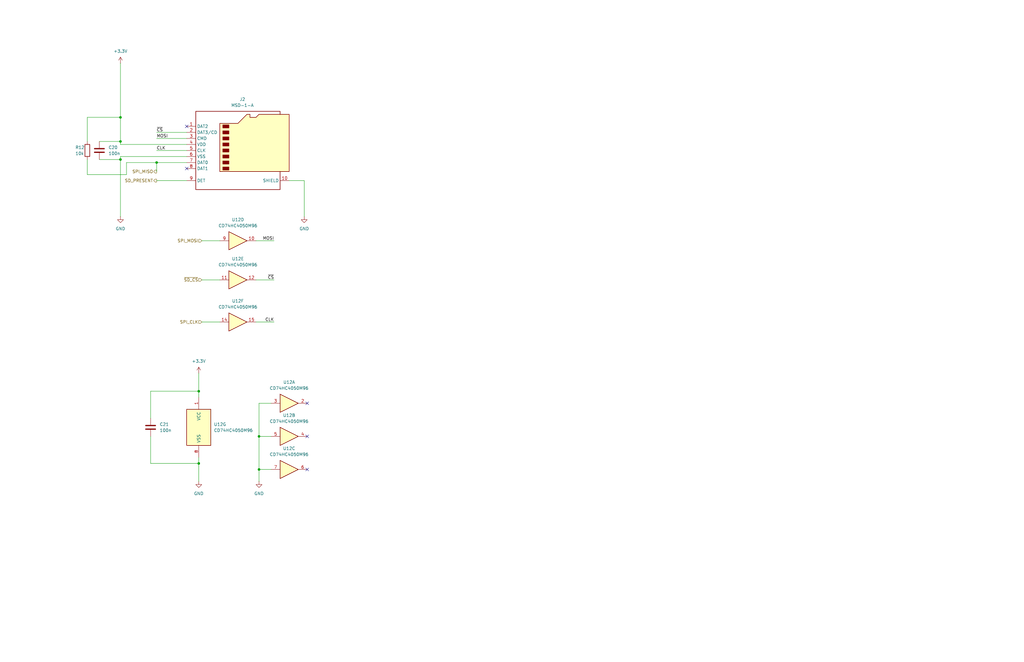
<source format=kicad_sch>
(kicad_sch (version 20250114) (generator "eeschema") (generator_version "9.0")
  (paper "USLedger")
  (lib_symbols
    (symbol "4xxx:4050" (pin_names (offset 1.016))
      (property "Reference" "U" (at 0 1.27 0))
      (property "Value" "4050" (at 0 -1.27 0))
      (symbol "4050_1_0"
        (polyline (pts (xy -3.81 3.81) (xy -3.81 -3.81) (xy 3.81 0) (xy -3.81 3.81)) (stroke (width 0.254)) (fill (type background)))
        (pin input line (at -7.62 0 0) (length 3.81) (name "~") (number "3"))
        (pin output line (at 7.62 0 180) (length 3.81) (name "~") (number "2"))
      )
      (symbol "4050_2_0"
        (polyline (pts (xy -3.81 3.81) (xy -3.81 -3.81) (xy 3.81 0) (xy -3.81 3.81)) (stroke (width 0.254)) (fill (type background)))
        (pin input line (at -7.62 0 0) (length 3.81) (name "~") (number "5"))
        (pin output line (at 7.62 0 180) (length 3.81) (name "~") (number "4"))
      )
      (symbol "4050_3_0"
        (polyline (pts (xy -3.81 3.81) (xy -3.81 -3.81) (xy 3.81 0) (xy -3.81 3.81)) (stroke (width 0.254)) (fill (type background)))
        (pin input line (at -7.62 0 0) (length 3.81) (name "~") (number "7"))
        (pin output line (at 7.62 0 180) (length 3.81) (name "~") (number "6"))
      )
      (symbol "4050_4_0"
        (polyline (pts (xy -3.81 3.81) (xy -3.81 -3.81) (xy 3.81 0) (xy -3.81 3.81)) (stroke (width 0.254)) (fill (type background)))
        (pin input line (at -7.62 0 0) (length 3.81) (name "~") (number "9"))
        (pin output line (at 7.62 0 180) (length 3.81) (name "~") (number "10"))
      )
      (symbol "4050_5_0"
        (polyline (pts (xy -3.81 3.81) (xy -3.81 -3.81) (xy 3.81 0) (xy -3.81 3.81)) (stroke (width 0.254)) (fill (type background)))
        (pin input line (at -7.62 0 0) (length 3.81) (name "~") (number "11"))
        (pin output line (at 7.62 0 180) (length 3.81) (name "~") (number "12"))
      )
      (symbol "4050_6_0"
        (polyline (pts (xy -3.81 3.81) (xy -3.81 -3.81) (xy 3.81 0) (xy -3.81 3.81)) (stroke (width 0.254)) (fill (type background)))
        (pin input line (at -7.62 0 0) (length 3.81) (name "~") (number "14"))
        (pin output line (at 7.62 0 180) (length 3.81) (name "~") (number "15"))
      )
      (symbol "4050_7_0"
        (pin power_in line (at 0 12.7 270) (length 5.08) (name "VCC") (number "1"))
        (pin power_in line (at 0 -12.7 90) (length 5.08) (name "VSS") (number "8"))
      )
      (symbol "4050_7_1"
        (rectangle (start -5.08 7.62) (end 5.08 -7.62) (stroke (width 0.254)) (fill (type background)))
      )
    )
    (symbol "Connector:Micro_SD_Card_Det1"
      (property "Reference" "J" (at -16.51 17.78 0))
      (property "Value" "Micro_SD_Card_Det1" (at 16.51 17.78 0))
      (symbol "Micro_SD_Card_Det1_0_1"
        (polyline (pts (xy -8.89 -8.89) (xy -8.89 11.43) (xy -1.27 11.43) (xy 2.54 15.24) (xy 3.81 15.24) (xy 3.81 13.97) (xy 6.35 13.97) (xy 7.62 15.24) (xy 20.32 15.24) (xy 20.32 -8.89) (xy -8.89 -8.89)) (stroke (width 0.254)) (fill (type background)))
        (rectangle (start -7.62 10.795) (end -5.08 9.525) (stroke (width 0.254)) (fill (type outline)))
        (rectangle (start -7.62 8.255) (end -5.08 6.985) (stroke (width 0.254)) (fill (type outline)))
        (rectangle (start -7.62 5.715) (end -5.08 4.445) (stroke (width 0.254)) (fill (type outline)))
        (rectangle (start -7.62 3.175) (end -5.08 1.905) (stroke (width 0.254)) (fill (type outline)))
        (rectangle (start -7.62 0.635) (end -5.08 -0.635) (stroke (width 0.254)) (fill (type outline)))
        (rectangle (start -7.62 -1.905) (end -5.08 -3.175) (stroke (width 0.254)) (fill (type outline)))
        (rectangle (start -7.62 -4.445) (end -5.08 -5.715) (stroke (width 0.254)) (fill (type outline)))
        (rectangle (start -7.62 -6.985) (end -5.08 -8.255) (stroke (width 0.254)) (fill (type outline)))
        (polyline (pts (xy 16.51 15.24) (xy 16.51 16.51) (xy -19.05 16.51) (xy -19.05 -16.51) (xy 16.51 -16.51) (xy 16.51 -8.89)) (stroke (width 0.254)))
      )
      (symbol "Micro_SD_Card_Det1_1_1"
        (pin bidirectional line (at -22.86 10.16 0) (length 3.81) (name "DAT2") (number "1"))
        (pin bidirectional line (at -22.86 7.62 0) (length 3.81) (name "DAT3/CD") (number "2"))
        (pin input line (at -22.86 5.08 0) (length 3.81) (name "CMD") (number "3"))
        (pin power_in line (at -22.86 2.54 0) (length 3.81) (name "VDD") (number "4"))
        (pin input line (at -22.86 0 0) (length 3.81) (name "CLK") (number "5"))
        (pin power_in line (at -22.86 -2.54 0) (length 3.81) (name "VSS") (number "6"))
        (pin bidirectional line (at -22.86 -5.08 0) (length 3.81) (name "DAT0") (number "7"))
        (pin bidirectional line (at -22.86 -7.62 0) (length 3.81) (name "DAT1") (number "8"))
        (pin passive line (at -22.86 -12.7 0) (length 3.81) (name "DET") (number "9"))
        (pin passive line (at 20.32 -12.7 180) (length 3.81) (name "SHIELD") (number "10"))
      )
    )
    (symbol "Device:C" (pin_numbers (hide yes)) (pin_names (offset 0.254))
      (property "Reference" "C" (at 0.635 2.54 0))
      (property "Value" "C" (at 0.635 -2.54 0))
      (symbol "C_0_1"
        (polyline (pts (xy -2.032 0.762) (xy 2.032 0.762)) (stroke (width 0.508)))
        (polyline (pts (xy -2.032 -0.762) (xy 2.032 -0.762)) (stroke (width 0.508)))
      )
      (symbol "C_1_1"
        (pin passive line (at 0 3.81 270) (length 2.794) (name "~") (number "1"))
        (pin passive line (at 0 -3.81 90) (length 2.794) (name "~") (number "2"))
      )
    )
    (symbol "Device:R" (pin_numbers (hide yes)) (pin_names (offset 0))
      (property "Reference" "R" (at 2.032 0 90))
      (property "Value" "R" (at 0 0 90))
      (symbol "R_0_1"
        (rectangle (start -1.016 -2.54) (end 1.016 2.54) (stroke (width 0.254)))
      )
      (symbol "R_1_1"
        (pin passive line (at 0 3.81 270) (length 1.27) (name "~") (number "1"))
        (pin passive line (at 0 -3.81 90) (length 1.27) (name "~") (number "2"))
      )
    )
    (symbol "power:+3.3V" (power) (pin_numbers (hide yes)) (pin_names (offset 0) (hide yes))
      (property "Value" "+3.3V" (at 0 3.556 0))
      (symbol "+3.3V_0_1"
        (polyline (pts (xy -0.762 1.27) (xy 0 2.54)))
        (polyline (pts (xy 0 2.54) (xy 0.762 1.27)))
        (polyline (pts (xy 0 0) (xy 0 2.54)))
      )
      (symbol "+3.3V_1_1"
        (pin power_in line (at 0 0 90) (length 0) (name "~") (number "1"))
      )
    )
    (symbol "power:GND" (power) (pin_numbers (hide yes)) (pin_names (offset 0) (hide yes))
      (property "Value" "GND" (at 0 -3.81 0))
      (symbol "GND_0_1"
        (polyline (pts (xy 0 0) (xy 0 -1.27) (xy 1.27 -1.27) (xy 0 -2.54) (xy -1.27 -1.27) (xy 0 -1.27)))
      )
      (symbol "GND_1_1"
        (pin power_in line (at 0 0 270) (length 0) (name "~") (number "1"))
      )
    )
  )
  (junction (at 109.22 184.15))
  (junction (at 50.8 59.69))
  (junction (at 83.82 195.58))
  (junction (at 50.8 67.31))
  (junction (at 66.04 68.58))
  (junction (at 83.82 165.1))
  (junction (at 109.22 198.12))
  (junction (at 50.8 49.53))
  (no_connect (at 129.54 170.18))
  (no_connect (at 78.74 71.12))
  (no_connect (at 78.74 53.34))
  (no_connect (at 129.54 198.12))
  (no_connect (at 129.54 184.15))
  (wire (pts (xy 109.22 170.18) (xy 114.3 170.18)))
  (wire (pts (xy 50.8 66.04) (xy 50.8 67.31)))
  (wire (pts (xy 128.27 76.2) (xy 128.27 91.44)))
  (wire (pts (xy 66.04 72.39) (xy 66.04 68.58)))
  (wire (pts (xy 83.82 165.1) (xy 83.82 167.64)))
  (wire (pts (xy 109.22 170.18) (xy 109.22 184.15)))
  (wire (pts (xy 66.04 68.58) (xy 78.74 68.58)))
  (wire (pts (xy 83.82 157.48) (xy 83.82 165.1)))
  (wire (pts (xy 107.95 101.6) (xy 115.57 101.6)))
  (wire (pts (xy 85.09 101.6) (xy 92.71 101.6)))
  (wire (pts (xy 36.83 67.31) (xy 36.83 73.66)))
  (wire (pts (xy 83.82 193.04) (xy 83.82 195.58)))
  (wire (pts (xy 66.04 55.88) (xy 78.74 55.88)))
  (wire (pts (xy 109.22 198.12) (xy 109.22 203.2)))
  (wire (pts (xy 78.74 66.04) (xy 50.8 66.04)))
  (wire (pts (xy 63.5 165.1) (xy 83.82 165.1)))
  (wire (pts (xy 85.09 118.11) (xy 92.71 118.11)))
  (wire (pts (xy 36.83 49.53) (xy 50.8 49.53)))
  (wire (pts (xy 121.92 76.2) (xy 128.27 76.2)))
  (wire (pts (xy 66.04 76.2) (xy 78.74 76.2)))
  (wire (pts (xy 63.5 195.58) (xy 83.82 195.58)))
  (wire (pts (xy 114.3 198.12) (xy 109.22 198.12)))
  (wire (pts (xy 50.8 59.69) (xy 50.8 60.96)))
  (wire (pts (xy 50.8 26.67) (xy 50.8 49.53)))
  (wire (pts (xy 36.83 73.66) (xy 53.34 73.66)))
  (wire (pts (xy 63.5 184.15) (xy 63.5 195.58)))
  (wire (pts (xy 109.22 184.15) (xy 114.3 184.15)))
  (wire (pts (xy 107.95 118.11) (xy 115.57 118.11)))
  (wire (pts (xy 78.74 60.96) (xy 50.8 60.96)))
  (wire (pts (xy 109.22 184.15) (xy 109.22 198.12)))
  (wire (pts (xy 50.8 49.53) (xy 50.8 59.69)))
  (wire (pts (xy 36.83 59.69) (xy 36.83 49.53)))
  (wire (pts (xy 63.5 176.53) (xy 63.5 165.1)))
  (wire (pts (xy 66.04 63.5) (xy 78.74 63.5)))
  (wire (pts (xy 85.09 135.89) (xy 92.71 135.89)))
  (wire (pts (xy 53.34 68.58) (xy 66.04 68.58)))
  (wire (pts (xy 41.91 67.31) (xy 50.8 67.31)))
  (wire (pts (xy 66.04 58.42) (xy 78.74 58.42)))
  (wire (pts (xy 107.95 135.89) (xy 115.57 135.89)))
  (wire (pts (xy 41.91 59.69) (xy 50.8 59.69)))
  (wire (pts (xy 50.8 67.31) (xy 50.8 91.44)))
  (wire (pts (xy 83.82 195.58) (xy 83.82 203.2)))
  (wire (pts (xy 53.34 73.66) (xy 53.34 68.58)))
  (label "CLK" (at 115.57 135.89 180))
  (label "MOSI" (at 115.57 101.6 180))
  (label "~{CS}" (at 115.57 118.11 180))
  (label "MOSI" (at 66.04 58.42 0))
  (label "CLK" (at 66.04 63.5 0))
  (label "~{CS}" (at 66.04 55.88 0))
  (hierarchical_label "SD_PRESENT" (shape output) (at 66.04 76.2 180))
  (hierarchical_label "~{SD_CS}" (shape input) (at 85.09 118.11 180))
  (hierarchical_label "SPI_MOSI" (shape input) (at 85.09 101.6 180))
  (hierarchical_label "SPI_CLK" (shape input) (at 85.09 135.89 180))
  (hierarchical_label "SPI_MISO" (shape output) (at 66.04 72.39 180))
  (symbol (lib_id "Connector:Micro_SD_Card_Det1") (at 101.6 63.5 0) (unit 1)
    (property "Reference" "J2" (at 102.235 41.91 0))
    (property "Value" "MSD-1-A" (at 102.235 44.45 0))
    (property "Footprint" "Footprints:CUI_MSD-1-A" (effects (hide yes)))
    (property "Datasheet" "https://www.sameskydevices.com/product/resource/msd-4-a.pdf" (effects (hide yes)))
    (property "Description" "Micro SD Card Socket with one card detection pin" (effects (hide yes)))
  )
  (symbol (lib_id "power:GND") (at 50.8 91.44 0) (unit 1)
    (property "Reference" "#PWR049" (effects (hide yes)))
    (property "Value" "GND" (at 50.8 96.52 0))
    (property "Description" "Power symbol creates a global label with name \"GND\" , ground" (effects (hide yes)))
  )
  (symbol (lib_id "4xxx:4050") (at 100.33 135.89 0) (unit 6)
    (property "Reference" "U12" (at 100.33 127 0))
    (property "Value" "CD74HC4050M96" (at 100.33 129.54 0))
    (property "Footprint" "Footprints:SOIC127P600X175-16N" (effects (hide yes)))
    (property "Datasheet" "http://www.intersil.com/content/dam/intersil/documents/cd40/cd4050bms.pdf" (effects (hide yes)))
    (property "Description" "Hex Buffer" (effects (hide yes)))
  )
  (symbol (lib_id "4xxx:4050") (at 121.92 198.12 0) (unit 3)
    (property "Reference" "U12" (at 121.92 189.23 0))
    (property "Value" "CD74HC4050M96" (at 121.92 191.77 0))
    (property "Footprint" "Footprints:SOIC127P600X175-16N" (effects (hide yes)))
    (property "Datasheet" "http://www.intersil.com/content/dam/intersil/documents/cd40/cd4050bms.pdf" (effects (hide yes)))
    (property "Description" "Hex Buffer" (effects (hide yes)))
  )
  (symbol (lib_id "4xxx:4050") (at 100.33 101.6 0) (unit 4)
    (property "Reference" "U12" (at 100.33 92.71 0))
    (property "Value" "CD74HC4050M96" (at 100.33 95.25 0))
    (property "Footprint" "Footprints:SOIC127P600X175-16N" (effects (hide yes)))
    (property "Datasheet" "http://www.intersil.com/content/dam/intersil/documents/cd40/cd4050bms.pdf" (effects (hide yes)))
    (property "Description" "Hex Buffer" (effects (hide yes)))
  )
  (symbol (lib_id "4xxx:4050") (at 121.92 170.18 0) (unit 1)
    (property "Reference" "U12" (at 121.92 161.29 0))
    (property "Value" "CD74HC4050M96" (at 121.92 163.83 0))
    (property "Footprint" "Footprints:SOIC127P600X175-16N" (effects (hide yes)))
    (property "Datasheet" "http://www.intersil.com/content/dam/intersil/documents/cd40/cd4050bms.pdf" (effects (hide yes)))
    (property "Description" "Hex Buffer" (effects (hide yes)))
  )
  (symbol (lib_id "Device:C") (at 63.5 180.34 0) (unit 1)
    (property "Reference" "C21" (at 67.31 179.0699 0) (effects (justify left)))
    (property "Value" "100n" (at 67.31 181.6099 0) (effects (justify left)))
    (property "Footprint" "Capacitor_SMD:C_0603_1608Metric" (effects (hide yes)))
    (property "Description" "Unpolarized capacitor" (effects (hide yes)))
  )
  (symbol (lib_id "power:+3.3V") (at 83.82 157.48 0) (unit 1)
    (property "Reference" "#PWR051" (effects (hide yes)))
    (property "Value" "+3.3V" (at 83.82 152.4 0))
    (property "Description" "Power symbol creates a global label with name \"+3.3V\"" (effects (hide yes)))
  )
  (symbol (lib_id "Device:R") (at 36.83 63.5 0) (unit 1)
    (property "Reference" "R12" (at 31.75 62.2299 0) (effects (justify left)))
    (property "Value" "10k" (at 31.75 64.7699 0) (effects (justify left)))
    (property "Footprint" "Resistor_SMD:R_0603_1608Metric" (effects (hide yes)))
    (property "Description" "Resistor" (effects (hide yes)))
  )
  (symbol (lib_id "4xxx:4050") (at 100.33 118.11 0) (unit 5)
    (property "Reference" "U12" (at 100.33 109.22 0))
    (property "Value" "CD74HC4050M96" (at 100.33 111.76 0))
    (property "Footprint" "Footprints:SOIC127P600X175-16N" (effects (hide yes)))
    (property "Datasheet" "http://www.intersil.com/content/dam/intersil/documents/cd40/cd4050bms.pdf" (effects (hide yes)))
    (property "Description" "Hex Buffer" (effects (hide yes)))
  )
  (symbol (lib_id "power:GND") (at 128.27 91.44 0) (unit 1)
    (property "Reference" "#PWR050" (effects (hide yes)))
    (property "Value" "GND" (at 128.27 96.52 0))
    (property "Description" "Power symbol creates a global label with name \"GND\" , ground" (effects (hide yes)))
  )
  (symbol (lib_id "power:+3.3V") (at 50.8 26.67 0) (unit 1)
    (property "Reference" "#PWR048" (effects (hide yes)))
    (property "Value" "+3.3V" (at 50.8 21.59 0))
    (property "Description" "Power symbol creates a global label with name \"+3.3V\"" (effects (hide yes)))
  )
  (symbol (lib_id "Device:C") (at 41.91 63.5 0) (unit 1)
    (property "Reference" "C20" (at 45.72 62.2299 0) (effects (justify left)))
    (property "Value" "100n" (at 45.72 64.7699 0) (effects (justify left)))
    (property "Footprint" "Capacitor_SMD:C_0603_1608Metric" (effects (hide yes)))
    (property "Description" "Unpolarized capacitor" (effects (hide yes)))
  )
  (symbol (lib_id "power:GND") (at 109.22 203.2 0) (unit 1)
    (property "Reference" "#PWR052" (effects (hide yes)))
    (property "Value" "GND" (at 109.22 208.28 0))
    (property "Description" "Power symbol creates a global label with name \"GND\" , ground" (effects (hide yes)))
  )
  (symbol (lib_id "4xxx:4050") (at 83.82 180.34 0) (unit 7)
    (property "Reference" "U12" (at 90.17 179.0699 0) (effects (justify left)))
    (property "Value" "CD74HC4050M96" (at 90.17 181.6099 0) (effects (justify left)))
    (property "Footprint" "Footprints:SOIC127P600X175-16N" (effects (hide yes)))
    (property "Datasheet" "http://www.intersil.com/content/dam/intersil/documents/cd40/cd4050bms.pdf" (effects (hide yes)))
    (property "Description" "Hex Buffer" (effects (hide yes)))
  )
  (symbol (lib_id "power:GND") (at 83.82 203.2 0) (unit 1)
    (property "Reference" "#PWR053" (effects (hide yes)))
    (property "Value" "GND" (at 83.82 208.28 0))
    (property "Description" "Power symbol creates a global label with name \"GND\" , ground" (effects (hide yes)))
  )
  (symbol (lib_id "4xxx:4050") (at 121.92 184.15 0) (unit 2)
    (property "Reference" "U12" (at 121.92 175.26 0))
    (property "Value" "CD74HC4050M96" (at 121.92 177.8 0))
    (property "Footprint" "Footprints:SOIC127P600X175-16N" (effects (hide yes)))
    (property "Datasheet" "http://www.intersil.com/content/dam/intersil/documents/cd40/cd4050bms.pdf" (effects (hide yes)))
    (property "Description" "Hex Buffer" (effects (hide yes)))
  )
)
</source>
